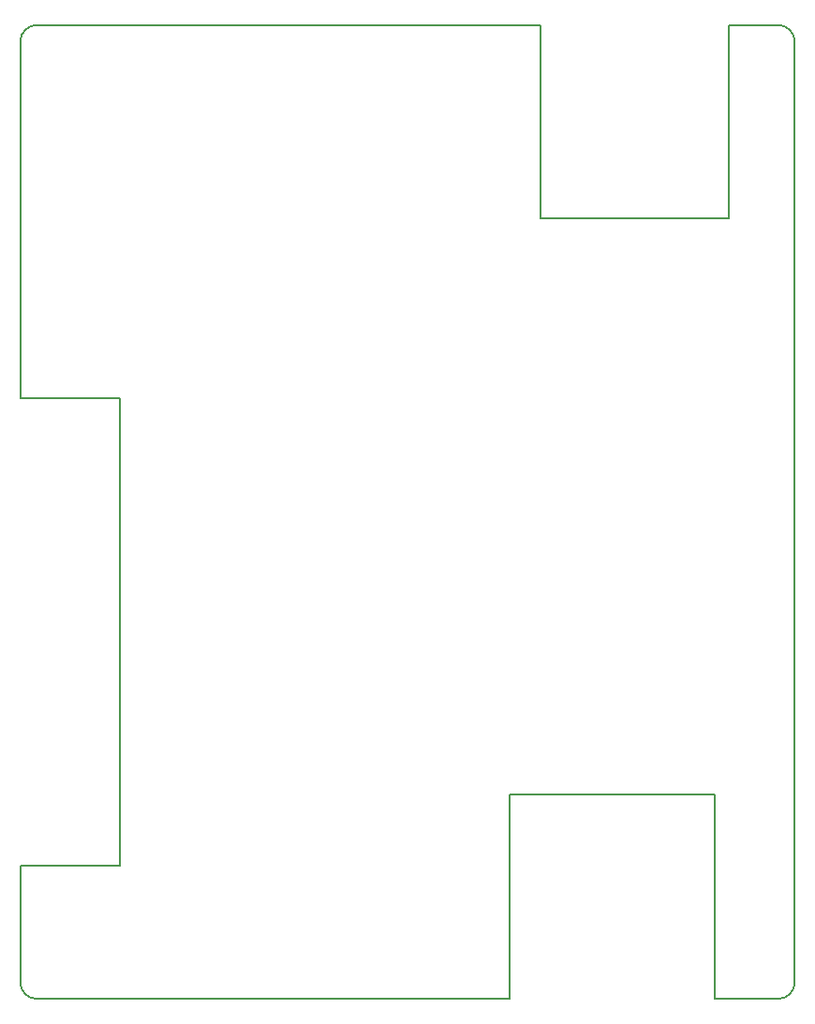
<source format=gm1>
G04 #@! TF.FileFunction,Profile,NP*
%FSLAX46Y46*%
G04 Gerber Fmt 4.6, Leading zero omitted, Abs format (unit mm)*
G04 Created by KiCad (PCBNEW 4.0.1-stable) date 2017/07/07 18:52:27*
%MOMM*%
G01*
G04 APERTURE LIST*
%ADD10C,0.050000*%
%ADD11C,0.150000*%
G04 APERTURE END LIST*
D10*
D11*
X151000000Y-119500000D02*
X151000000Y-121500000D01*
X169500000Y-119500000D02*
X151000000Y-119500000D01*
X169500000Y-121500000D02*
X169500000Y-119500000D01*
X106750000Y-136500000D02*
G75*
G03X108250000Y-138000000I1500000J0D01*
G01*
X175250000Y-138000000D02*
G75*
G03X176750000Y-136500000I0J1500000D01*
G01*
X176750000Y-51500000D02*
G75*
G03X175250000Y-50000000I-1500000J0D01*
G01*
X108250000Y-50000000D02*
G75*
G03X106750000Y-51500000I0J-1500000D01*
G01*
X115750000Y-83750000D02*
X115750000Y-126000000D01*
X153750000Y-50000000D02*
X108250000Y-50000000D01*
X153750000Y-67500000D02*
X153750000Y-50000000D01*
X170750000Y-67500000D02*
X153750000Y-67500000D01*
X170750000Y-50000000D02*
X170750000Y-67500000D01*
X175250000Y-50000000D02*
X170750000Y-50000000D01*
X176750000Y-136500000D02*
X176750000Y-51500000D01*
X169500000Y-138000000D02*
X175250000Y-138000000D01*
X169500000Y-121500000D02*
X169500000Y-138000000D01*
X151000000Y-138000000D02*
X151000000Y-121500000D01*
X108250000Y-138000000D02*
X151000000Y-138000000D01*
X106750000Y-126000000D02*
X106750000Y-136500000D01*
X115750000Y-126000000D02*
X106750000Y-126000000D01*
X106750000Y-83750000D02*
X115750000Y-83750000D01*
X106750000Y-51500000D02*
X106750000Y-83750000D01*
M02*

</source>
